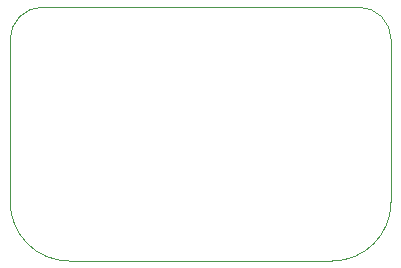
<source format=gbr>
%TF.GenerationSoftware,KiCad,Pcbnew,9.0.0*%
%TF.CreationDate,2025-03-07T07:21:17+07:00*%
%TF.ProjectId,IMU,494d552e-6b69-4636-9164-5f7063625858,rev?*%
%TF.SameCoordinates,Original*%
%TF.FileFunction,Profile,NP*%
%FSLAX46Y46*%
G04 Gerber Fmt 4.6, Leading zero omitted, Abs format (unit mm)*
G04 Created by KiCad (PCBNEW 9.0.0) date 2025-03-07 07:21:17*
%MOMM*%
%LPD*%
G01*
G04 APERTURE LIST*
%TA.AperFunction,Profile*%
%ADD10C,0.100000*%
%TD*%
G04 APERTURE END LIST*
D10*
X164150000Y-92575000D02*
G75*
G02*
X166900000Y-95325000I0J-2750000D01*
G01*
X161900000Y-114075000D02*
X139650000Y-114075000D01*
X166900000Y-95325000D02*
X166900000Y-109075000D01*
X134650000Y-95325000D02*
G75*
G02*
X137400000Y-92575000I2750000J0D01*
G01*
X166900000Y-109075000D02*
G75*
G02*
X161900000Y-114075000I-5000000J0D01*
G01*
X137400000Y-92575000D02*
X164150000Y-92575000D01*
X134650000Y-109075000D02*
X134650000Y-95325000D01*
X139650000Y-114075000D02*
G75*
G02*
X134650000Y-109075000I0J5000000D01*
G01*
M02*

</source>
